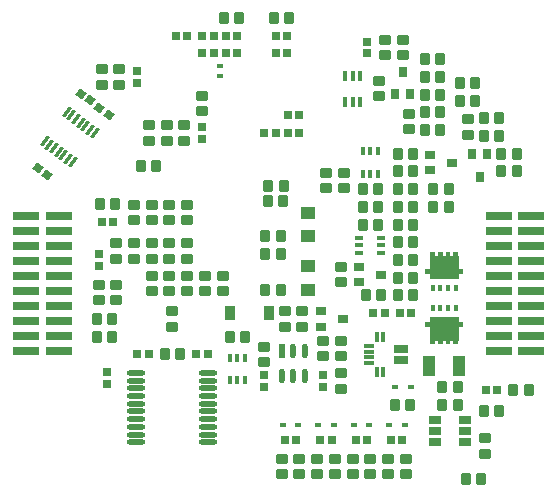
<source format=gbp>
G04*
G04 #@! TF.GenerationSoftware,Altium Limited,Altium Designer,24.4.1 (13)*
G04*
G04 Layer_Color=128*
%FSLAX44Y44*%
%MOMM*%
G71*
G04*
G04 #@! TF.SameCoordinates,740DF4E5-9B0E-41A3-91D6-8293D7FF8DF9*
G04*
G04*
G04 #@! TF.FilePolarity,Positive*
G04*
G01*
G75*
G04:AMPARAMS|DCode=19|XSize=0.95mm|YSize=0.8mm|CornerRadius=0.1mm|HoleSize=0mm|Usage=FLASHONLY|Rotation=90.000|XOffset=0mm|YOffset=0mm|HoleType=Round|Shape=RoundedRectangle|*
%AMROUNDEDRECTD19*
21,1,0.9500,0.6000,0,0,90.0*
21,1,0.7500,0.8000,0,0,90.0*
1,1,0.2000,0.3000,0.3750*
1,1,0.2000,0.3000,-0.3750*
1,1,0.2000,-0.3000,-0.3750*
1,1,0.2000,-0.3000,0.3750*
%
%ADD19ROUNDEDRECTD19*%
%ADD21R,0.3000X0.8500*%
%ADD22R,0.8500X0.3000*%
%ADD25R,0.7154X0.6725*%
%ADD26R,0.6725X0.7154*%
%ADD32R,1.2500X1.0000*%
%ADD34R,0.3500X0.5000*%
G04:AMPARAMS|DCode=43|XSize=0.95mm|YSize=0.8mm|CornerRadius=0.1mm|HoleSize=0mm|Usage=FLASHONLY|Rotation=0.000|XOffset=0mm|YOffset=0mm|HoleType=Round|Shape=RoundedRectangle|*
%AMROUNDEDRECTD43*
21,1,0.9500,0.6000,0,0,0.0*
21,1,0.7500,0.8000,0,0,0.0*
1,1,0.2000,0.3750,-0.3000*
1,1,0.2000,-0.3750,-0.3000*
1,1,0.2000,-0.3750,0.3000*
1,1,0.2000,0.3750,0.3000*
%
%ADD43ROUNDEDRECTD43*%
%ADD45R,1.0000X1.8000*%
%ADD95R,0.4800X0.4000*%
%ADD96O,1.6000X0.4500*%
%ADD98R,0.7000X0.9000*%
G04:AMPARAMS|DCode=99|XSize=0.7154mm|YSize=0.6725mm|CornerRadius=0mm|HoleSize=0mm|Usage=FLASHONLY|Rotation=143.000|XOffset=0mm|YOffset=0mm|HoleType=Round|Shape=Rectangle|*
%AMROTATEDRECTD99*
4,1,4,0.4880,0.0533,0.0833,-0.4838,-0.4880,-0.0533,-0.0833,0.4838,0.4880,0.0533,0.0*
%
%ADD99ROTATEDRECTD99*%

%ADD100R,1.0000X0.7000*%
%ADD101R,0.9000X0.7000*%
G04:AMPARAMS|DCode=104|XSize=0.9779mm|YSize=0.3048mm|CornerRadius=0mm|HoleSize=0mm|Usage=FLASHONLY|Rotation=233.000|XOffset=0mm|YOffset=0mm|HoleType=Round|Shape=Rectangle|*
%AMROTATEDRECTD104*
4,1,4,0.1725,0.4822,0.4160,0.2988,-0.1725,-0.4822,-0.4160,-0.2988,0.1725,0.4822,0.0*
%
%ADD104ROTATEDRECTD104*%

%ADD105R,0.5000X0.4000*%
%ADD106R,0.4000X0.8000*%
%ADD107R,0.8000X0.4000*%
%ADD109R,0.5298X1.2052*%
G04:AMPARAMS|DCode=110|XSize=1.2052mm|YSize=0.5298mm|CornerRadius=0.2649mm|HoleSize=0mm|Usage=FLASHONLY|Rotation=270.000|XOffset=0mm|YOffset=0mm|HoleType=Round|Shape=RoundedRectangle|*
%AMROUNDEDRECTD110*
21,1,1.2052,0.0000,0,0,270.0*
21,1,0.6754,0.5298,0,0,270.0*
1,1,0.5298,0.0000,-0.3377*
1,1,0.5298,0.0000,0.3377*
1,1,0.5298,0.0000,0.3377*
1,1,0.5298,0.0000,-0.3377*
%
%ADD110ROUNDEDRECTD110*%
%ADD111R,0.9100X1.2200*%
%ADD112R,2.2200X0.7400*%
%ADD113R,1.3000X0.8000*%
%ADD122R,0.3500X0.8500*%
%ADD123R,0.3500X0.8500*%
G36*
X152250Y-32750D02*
X156050D01*
Y-37050D01*
X152250D01*
Y-48400D01*
X151750D01*
Y-51400D01*
X147750D01*
Y-48400D01*
X145250D01*
Y-51400D01*
X141250D01*
Y-48400D01*
X138750D01*
Y-51400D01*
X134750D01*
Y-48400D01*
X132250D01*
Y-51400D01*
X128250D01*
Y-48400D01*
X127750D01*
Y-37050D01*
X123950D01*
Y-32750D01*
X127750D01*
Y-28600D01*
X152250D01*
Y-32750D01*
D02*
G37*
G36*
X151750Y23400D02*
X152250D01*
Y12050D01*
X156050D01*
Y7750D01*
X152250D01*
Y3600D01*
X127750D01*
Y7750D01*
X123950D01*
Y12050D01*
X127750D01*
Y23400D01*
X128250D01*
Y26400D01*
X132250D01*
Y23400D01*
X134750D01*
Y26400D01*
X138750D01*
Y23400D01*
X141250D01*
Y26400D01*
X145250D01*
Y23400D01*
X147750D01*
Y26400D01*
X151750D01*
Y23400D01*
D02*
G37*
D19*
X9000Y225000D02*
D03*
X-4000D02*
D03*
X-33500D02*
D03*
X-46500D02*
D03*
X-9000Y70000D02*
D03*
X4000D02*
D03*
X4056Y82719D02*
D03*
X-8945D02*
D03*
X1500Y40000D02*
D03*
X-11500D02*
D03*
X173500Y-107500D02*
D03*
X186500D02*
D03*
X111500Y-102500D02*
D03*
X98500D02*
D03*
X136500Y145000D02*
D03*
X123500D02*
D03*
X173500Y125000D02*
D03*
X186500D02*
D03*
X173500Y140000D02*
D03*
X186500D02*
D03*
X188500Y95000D02*
D03*
X201500D02*
D03*
X188500Y110000D02*
D03*
X201500D02*
D03*
X-83500Y-60000D02*
D03*
X-96500D02*
D03*
X-116500Y100000D02*
D03*
X-103500D02*
D03*
X-138500Y67500D02*
D03*
X-151500D02*
D03*
X211500Y-90000D02*
D03*
X198500D02*
D03*
X158500Y-165000D02*
D03*
X171500D02*
D03*
X-141000Y-45000D02*
D03*
X-154000D02*
D03*
X-141000Y-30000D02*
D03*
X-154000D02*
D03*
X114000Y80000D02*
D03*
X101000D02*
D03*
X114000Y20000D02*
D03*
X101000D02*
D03*
X131000Y65000D02*
D03*
X144000D02*
D03*
X131000Y80000D02*
D03*
X144000D02*
D03*
X1500Y25000D02*
D03*
X-11500D02*
D03*
X136500Y160000D02*
D03*
X123500D02*
D03*
X123500Y175000D02*
D03*
X136500D02*
D03*
X123500Y190000D02*
D03*
X136500D02*
D03*
X166500Y170000D02*
D03*
X153500D02*
D03*
X166500Y155000D02*
D03*
X153500D02*
D03*
X136500Y130000D02*
D03*
X123500D02*
D03*
X114000Y5000D02*
D03*
X101000D02*
D03*
X73500Y-10000D02*
D03*
X86500D02*
D03*
X114000Y95000D02*
D03*
X101000D02*
D03*
X114000Y110000D02*
D03*
X101000D02*
D03*
X114000Y35000D02*
D03*
X101000D02*
D03*
X84000Y50000D02*
D03*
X71000D02*
D03*
X71000Y80000D02*
D03*
X84000D02*
D03*
X101000Y50000D02*
D03*
X114000D02*
D03*
X114000Y65000D02*
D03*
X101000D02*
D03*
X84000D02*
D03*
X71000D02*
D03*
X101000Y-10000D02*
D03*
X114000D02*
D03*
X138500Y-87500D02*
D03*
X151500D02*
D03*
X-28500Y-45000D02*
D03*
X-41500D02*
D03*
X151500Y-102500D02*
D03*
X138500D02*
D03*
X-11500Y-5000D02*
D03*
X1500D02*
D03*
D21*
X83520Y-45500D02*
D03*
X88520D02*
D03*
X83520Y-74500D02*
D03*
X88520D02*
D03*
D22*
X76520Y-67500D02*
D03*
Y-62500D02*
D03*
Y-57500D02*
D03*
Y-52500D02*
D03*
D25*
X184786Y-90000D02*
D03*
X175214D02*
D03*
X104786Y-132500D02*
D03*
X95214D02*
D03*
X74786D02*
D03*
X65214D02*
D03*
X44786D02*
D03*
X35214D02*
D03*
X14786D02*
D03*
X5214D02*
D03*
X102714Y-25000D02*
D03*
X112286D02*
D03*
X-60214Y-60000D02*
D03*
X-69786D02*
D03*
X-119786D02*
D03*
X-110214D02*
D03*
X7286Y210000D02*
D03*
X-2286D02*
D03*
X-35214Y210000D02*
D03*
X-44786D02*
D03*
X-140214Y52500D02*
D03*
X-149786D02*
D03*
X7714Y142500D02*
D03*
X17286D02*
D03*
X7714Y127500D02*
D03*
X17286D02*
D03*
X-2714D02*
D03*
X-12286D02*
D03*
X-55214Y195000D02*
D03*
X-64786D02*
D03*
X-55214Y210000D02*
D03*
X-64786D02*
D03*
X-77714D02*
D03*
X-87286D02*
D03*
X7286Y195000D02*
D03*
X-2286D02*
D03*
X-44786D02*
D03*
X-35214D02*
D03*
X80214Y-25000D02*
D03*
X89786D02*
D03*
D26*
X-145000Y-84786D02*
D03*
Y-75214D02*
D03*
X-152500Y15214D02*
D03*
Y24786D02*
D03*
X-120000Y179786D02*
D03*
Y170214D02*
D03*
X75000Y204786D02*
D03*
Y195214D02*
D03*
X-65000Y122714D02*
D03*
Y132286D02*
D03*
X37500Y-77714D02*
D03*
Y-87286D02*
D03*
X-12500Y-77714D02*
D03*
Y-87286D02*
D03*
D32*
X25000Y-5000D02*
D03*
Y15000D02*
D03*
Y40000D02*
D03*
Y60000D02*
D03*
D34*
X130250Y-4100D02*
D03*
X136750D02*
D03*
X143250D02*
D03*
X149750D02*
D03*
Y-20900D02*
D03*
X143250D02*
D03*
X136750D02*
D03*
X130250D02*
D03*
D43*
X2500Y-161500D02*
D03*
Y-148500D02*
D03*
X32500Y-161500D02*
D03*
Y-148500D02*
D03*
X107500Y-161500D02*
D03*
Y-148500D02*
D03*
X62500Y-148500D02*
D03*
Y-161500D02*
D03*
X77500Y-161500D02*
D03*
Y-148500D02*
D03*
X47500D02*
D03*
Y-161500D02*
D03*
X-107500Y66500D02*
D03*
Y53500D02*
D03*
X160000Y126000D02*
D03*
Y139000D02*
D03*
X52500Y-48500D02*
D03*
Y-61500D02*
D03*
X17500Y-161500D02*
D03*
Y-148500D02*
D03*
X92500Y-161500D02*
D03*
Y-148500D02*
D03*
X-92500Y-6500D02*
D03*
Y6500D02*
D03*
X-152500Y-14000D02*
D03*
Y-1000D02*
D03*
X-122500Y53500D02*
D03*
Y66500D02*
D03*
X-107500Y21000D02*
D03*
Y34000D02*
D03*
X-122500Y34000D02*
D03*
Y21000D02*
D03*
X-107500Y6500D02*
D03*
Y-6500D02*
D03*
X-92500Y21000D02*
D03*
Y34000D02*
D03*
X-137500Y-1000D02*
D03*
Y-14000D02*
D03*
Y34000D02*
D03*
Y21000D02*
D03*
X-80000Y121000D02*
D03*
Y134000D02*
D03*
X-92500Y53500D02*
D03*
Y66500D02*
D03*
X175000Y-131000D02*
D03*
Y-144000D02*
D03*
X-77500Y6500D02*
D03*
Y-6500D02*
D03*
Y34000D02*
D03*
Y21000D02*
D03*
X-62500Y-6500D02*
D03*
Y6500D02*
D03*
X-47500Y6500D02*
D03*
Y-6500D02*
D03*
X-110000Y121000D02*
D03*
Y134000D02*
D03*
X-65000Y159000D02*
D03*
Y146000D02*
D03*
X85000Y158500D02*
D03*
Y171500D02*
D03*
X-150000Y168500D02*
D03*
Y181500D02*
D03*
X-135000Y181500D02*
D03*
Y168500D02*
D03*
X90000Y206500D02*
D03*
Y193500D02*
D03*
X105000Y206500D02*
D03*
Y193500D02*
D03*
X-77500Y53500D02*
D03*
Y66500D02*
D03*
X-95000Y134000D02*
D03*
Y121000D02*
D03*
X110000Y144000D02*
D03*
Y131000D02*
D03*
X40000Y81000D02*
D03*
Y94000D02*
D03*
X55000Y81000D02*
D03*
Y94000D02*
D03*
X52500Y1000D02*
D03*
Y14000D02*
D03*
X5000Y-36500D02*
D03*
Y-23500D02*
D03*
X20000Y-23500D02*
D03*
Y-36500D02*
D03*
X37500Y-48500D02*
D03*
Y-61500D02*
D03*
X52500Y-89000D02*
D03*
Y-76000D02*
D03*
X-12500Y-66500D02*
D03*
Y-53500D02*
D03*
X-90000Y-23500D02*
D03*
Y-36500D02*
D03*
D45*
X152500Y-70000D02*
D03*
X127500D02*
D03*
D95*
X16600Y-120000D02*
D03*
X3400D02*
D03*
X46600D02*
D03*
X33400D02*
D03*
X76600D02*
D03*
X63400D02*
D03*
X106600D02*
D03*
X93400D02*
D03*
X111600Y-87500D02*
D03*
X98400D02*
D03*
D96*
X-120500Y-134250D02*
D03*
Y-127750D02*
D03*
Y-121250D02*
D03*
Y-114750D02*
D03*
Y-108250D02*
D03*
Y-101750D02*
D03*
Y-95250D02*
D03*
Y-88750D02*
D03*
Y-82250D02*
D03*
Y-75750D02*
D03*
X-59500Y-134250D02*
D03*
Y-127750D02*
D03*
Y-121250D02*
D03*
Y-114750D02*
D03*
Y-108250D02*
D03*
Y-101750D02*
D03*
Y-95250D02*
D03*
Y-88750D02*
D03*
Y-82250D02*
D03*
Y-75750D02*
D03*
D98*
X163500Y109500D02*
D03*
X176500D02*
D03*
X170000Y90500D02*
D03*
X105000Y179500D02*
D03*
X98500Y160500D02*
D03*
X111500D02*
D03*
D99*
X-196178Y92120D02*
D03*
X-203822Y97880D02*
D03*
X-151752Y148841D02*
D03*
X-144108Y143081D02*
D03*
X-160080Y155118D02*
D03*
X-167724Y160878D02*
D03*
D100*
X132000Y-115500D02*
D03*
Y-125000D02*
D03*
Y-134500D02*
D03*
X158000D02*
D03*
Y-125000D02*
D03*
Y-115500D02*
D03*
D101*
X87000Y7500D02*
D03*
X68000Y14000D02*
D03*
Y1000D02*
D03*
X128000Y96000D02*
D03*
Y109000D02*
D03*
X147000Y102500D02*
D03*
X35500Y-36500D02*
D03*
Y-23500D02*
D03*
X54500Y-30000D02*
D03*
D104*
X-179676Y145380D02*
D03*
X-175682Y142370D02*
D03*
X-171687Y139360D02*
D03*
X-167693Y136351D02*
D03*
X-163699Y133341D02*
D03*
X-159705Y130331D02*
D03*
X-155711Y127321D02*
D03*
X-174283Y102674D02*
D03*
X-178277Y105684D02*
D03*
X-182272Y108694D02*
D03*
X-186266Y111704D02*
D03*
X-190260Y114714D02*
D03*
X-194254Y117724D02*
D03*
X-198248Y120733D02*
D03*
D105*
X-50000Y176000D02*
D03*
Y184000D02*
D03*
D106*
X71000Y112000D02*
D03*
X77500D02*
D03*
X84000D02*
D03*
Y93000D02*
D03*
X77500D02*
D03*
X71000D02*
D03*
X-28500Y-63000D02*
D03*
X-35000D02*
D03*
X-41500D02*
D03*
Y-82000D02*
D03*
X-35000D02*
D03*
X-28500D02*
D03*
D107*
X68000Y26000D02*
D03*
Y32500D02*
D03*
Y39000D02*
D03*
X87000D02*
D03*
Y32500D02*
D03*
Y26000D02*
D03*
D109*
X3000Y-56995D02*
D03*
D110*
X12500D02*
D03*
X22000D02*
D03*
Y-78005D02*
D03*
X12500D02*
D03*
X3000D02*
D03*
D111*
X-8650Y-25000D02*
D03*
X-41350D02*
D03*
D112*
X213650Y-57150D02*
D03*
Y-44450D02*
D03*
Y-31750D02*
D03*
Y-19050D02*
D03*
Y-6350D02*
D03*
Y6350D02*
D03*
Y19050D02*
D03*
Y31750D02*
D03*
Y44450D02*
D03*
Y57150D02*
D03*
X186350Y-57150D02*
D03*
Y-44450D02*
D03*
Y-31750D02*
D03*
Y-19050D02*
D03*
Y-6350D02*
D03*
Y6350D02*
D03*
Y19050D02*
D03*
Y31750D02*
D03*
Y44450D02*
D03*
Y57150D02*
D03*
X-186350Y-57150D02*
D03*
Y-44450D02*
D03*
Y-31750D02*
D03*
Y-19050D02*
D03*
Y-6350D02*
D03*
Y6350D02*
D03*
Y19050D02*
D03*
Y31750D02*
D03*
Y44450D02*
D03*
Y57150D02*
D03*
X-213650Y-57150D02*
D03*
Y-44450D02*
D03*
Y-31750D02*
D03*
Y-19050D02*
D03*
Y-6350D02*
D03*
Y6350D02*
D03*
Y19050D02*
D03*
Y31750D02*
D03*
Y44450D02*
D03*
Y57150D02*
D03*
D113*
X103520Y-65000D02*
D03*
Y-55000D02*
D03*
D122*
X69000Y176001D02*
D03*
X56000Y175999D02*
D03*
Y153999D02*
D03*
X69000Y154001D02*
D03*
D123*
X62500Y175999D02*
D03*
Y153999D02*
D03*
M02*

</source>
